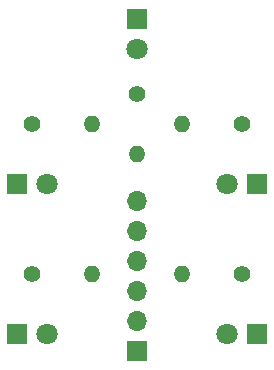
<source format=gbr>
%TF.GenerationSoftware,KiCad,Pcbnew,7.0.8*%
%TF.CreationDate,2023-11-19T21:35:35-05:00*%
%TF.ProjectId,Light Pcb,4c696768-7420-4506-9362-2e6b69636164,rev?*%
%TF.SameCoordinates,Original*%
%TF.FileFunction,Soldermask,Top*%
%TF.FilePolarity,Negative*%
%FSLAX46Y46*%
G04 Gerber Fmt 4.6, Leading zero omitted, Abs format (unit mm)*
G04 Created by KiCad (PCBNEW 7.0.8) date 2023-11-19 21:35:35*
%MOMM*%
%LPD*%
G01*
G04 APERTURE LIST*
%ADD10C,1.400000*%
%ADD11O,1.400000X1.400000*%
%ADD12R,1.800000X1.800000*%
%ADD13C,1.800000*%
%ADD14R,1.700000X1.700000*%
%ADD15O,1.700000X1.700000*%
G04 APERTURE END LIST*
D10*
%TO.C,R1*%
X101600000Y-55880000D03*
D11*
X101600000Y-60960000D03*
%TD*%
D10*
%TO.C,R3*%
X92710000Y-71120000D03*
D11*
X97790000Y-71120000D03*
%TD*%
D10*
%TO.C,R2*%
X92710000Y-58420000D03*
D11*
X97790000Y-58420000D03*
%TD*%
D12*
%TO.C,D1*%
X101600000Y-49530000D03*
D13*
X101600000Y-52070000D03*
%TD*%
D14*
%TO.C,J1*%
X101600000Y-77660000D03*
D15*
X101600000Y-75120000D03*
X101600000Y-72580000D03*
X101600000Y-70040000D03*
X101600000Y-67500000D03*
X101600000Y-64960000D03*
%TD*%
D10*
%TO.C,R4*%
X110490000Y-71120000D03*
D11*
X105410000Y-71120000D03*
%TD*%
D12*
%TO.C,D2*%
X91440000Y-63500000D03*
D13*
X93980000Y-63500000D03*
%TD*%
D12*
%TO.C,D5*%
X111760000Y-63500000D03*
D13*
X109220000Y-63500000D03*
%TD*%
D12*
%TO.C,D4*%
X111760000Y-76200000D03*
D13*
X109220000Y-76200000D03*
%TD*%
D10*
%TO.C,R5*%
X110490000Y-58420000D03*
D11*
X105410000Y-58420000D03*
%TD*%
D12*
%TO.C,D3*%
X91440000Y-76200000D03*
D13*
X93980000Y-76200000D03*
%TD*%
M02*

</source>
